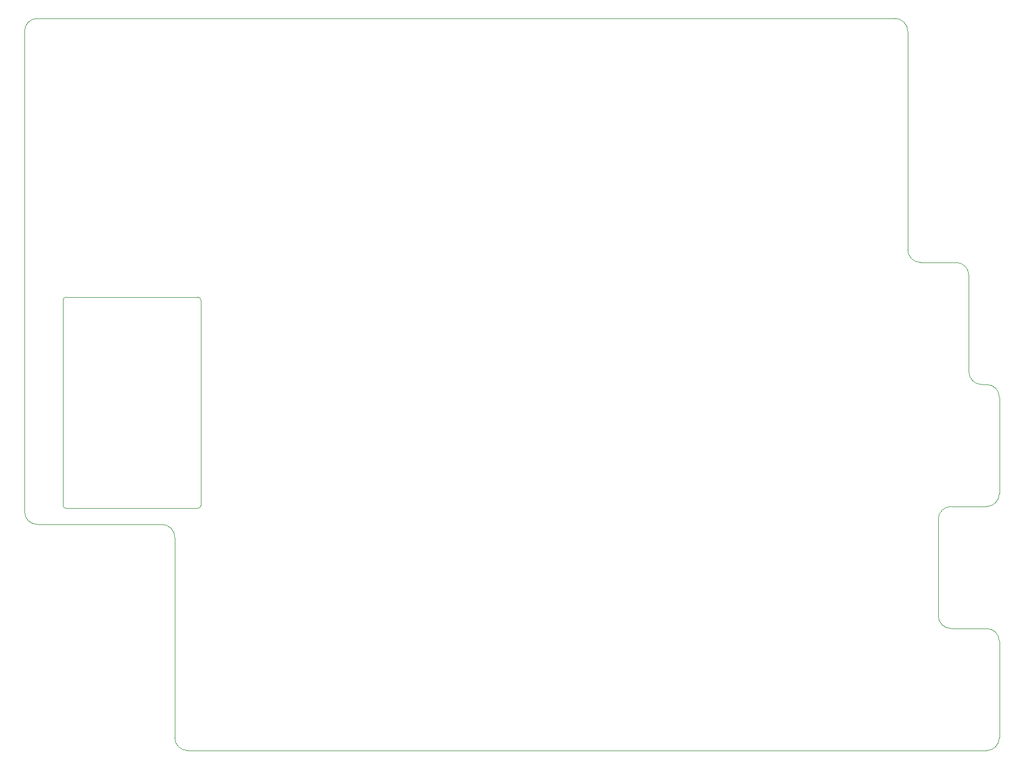
<source format=gbr>
%TF.GenerationSoftware,KiCad,Pcbnew,8.0.6*%
%TF.CreationDate,2025-05-11T12:33:19+09:00*%
%TF.ProjectId,65_split_left,36355f73-706c-4697-945f-6c6566742e6b,rev?*%
%TF.SameCoordinates,PX12f0318PYf8a778*%
%TF.FileFunction,Profile,NP*%
%FSLAX46Y46*%
G04 Gerber Fmt 4.6, Leading zero omitted, Abs format (unit mm)*
G04 Created by KiCad (PCBNEW 8.0.6) date 2025-05-11 12:33:19*
%MOMM*%
%LPD*%
G01*
G04 APERTURE LIST*
%TA.AperFunction,Profile*%
%ADD10C,0.050000*%
%TD*%
%TA.AperFunction,Profile*%
%ADD11C,0.120000*%
%TD*%
G04 APERTURE END LIST*
D10*
X142486500Y-78200000D02*
X142486500Y-93250000D01*
X150011500Y-57150000D02*
X149249000Y-57150000D01*
X135724000Y0D02*
G75*
G02*
X137724000Y-2000000I0J-2000000D01*
G01*
X25424000Y-114300000D02*
X150011500Y-114300000D01*
X152011500Y-112300000D02*
G75*
G02*
X150011500Y-114300000I-2000000J0D01*
G01*
X21424000Y-79000000D02*
G75*
G02*
X23424000Y-81000000I0J-2000000D01*
G01*
X23424000Y-112300000D02*
X23424000Y-81000000D01*
X149249000Y-57150000D02*
G75*
G02*
X147249000Y-55150000I0J2000000D01*
G01*
X142486500Y-78200000D02*
G75*
G02*
X144486500Y-76200000I2000000J0D01*
G01*
X150011500Y-57150000D02*
G75*
G02*
X152011500Y-59150000I0J-2000000D01*
G01*
X2000000Y-79000000D02*
X21424000Y-79000000D01*
X144486500Y-95250000D02*
G75*
G02*
X142486500Y-93250000I0J2000000D01*
G01*
X152011500Y-97250000D02*
X152011500Y-112300000D01*
X137724000Y-2000000D02*
X137724000Y-36100000D01*
X150011500Y-76200000D02*
X144486500Y-76200000D01*
X0Y-2000000D02*
G75*
G02*
X2000000Y0I2000000J0D01*
G01*
X25424000Y-114300000D02*
G75*
G02*
X23424000Y-112300000I0J2000000D01*
G01*
X147249000Y-40100000D02*
X147249000Y-55150000D01*
X139724000Y-38100000D02*
X145249000Y-38100000D01*
X0Y-2000000D02*
X0Y-77000000D01*
X152011500Y-59150000D02*
X152011500Y-74200000D01*
X150011500Y-95250000D02*
G75*
G02*
X152011500Y-97250000I0J-2000000D01*
G01*
X2000000Y-79000000D02*
G75*
G02*
X0Y-77000000I0J2000000D01*
G01*
X139724000Y-38100000D02*
G75*
G02*
X137724000Y-36100000I0J2000000D01*
G01*
X135724000Y0D02*
X2000000Y0D01*
X144486500Y-95250000D02*
X150011500Y-95250000D01*
X145249000Y-38100000D02*
G75*
G02*
X147249000Y-40100000I0J-2000000D01*
G01*
X152011500Y-74200000D02*
G75*
G02*
X150011500Y-76200000I-2000000J0D01*
G01*
D11*
%TO.C,BT1*%
X6000000Y-76000000D02*
X6000000Y-44000000D01*
X6500000Y-43500000D02*
X27000000Y-43500000D01*
X27000000Y-76500000D02*
X6500000Y-76500000D01*
X27500000Y-44000000D02*
X27500000Y-76000000D01*
X6000000Y-44000000D02*
G75*
G02*
X6500000Y-43500000I500000J0D01*
G01*
X6500000Y-76500000D02*
G75*
G02*
X6000000Y-76000000I0J500000D01*
G01*
X27000000Y-43500000D02*
G75*
G02*
X27500000Y-44000000I0J-500000D01*
G01*
X27500000Y-76000000D02*
G75*
G02*
X27000000Y-76500000I-500000J0D01*
G01*
%TD*%
M02*

</source>
